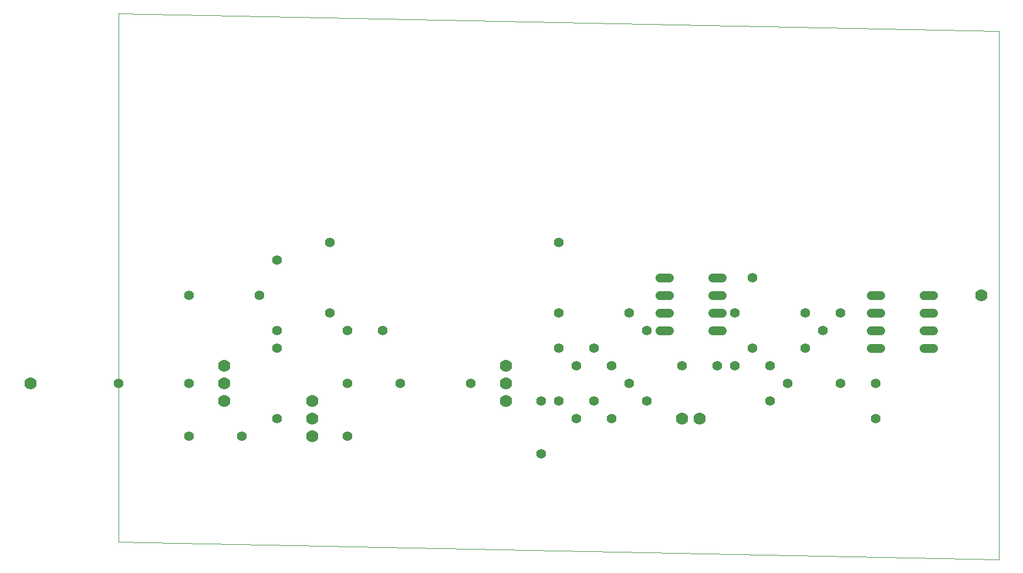
<source format=gtl>
G75*
%MOIN*%
%OFA0B0*%
%FSLAX25Y25*%
%IPPOS*%
%LPD*%
%AMOC8*
5,1,8,0,0,1.08239X$1,22.5*
%
%ADD10C,0.00000*%
%ADD11C,0.05543*%
%ADD12C,0.05150*%
%ADD13C,0.07000*%
D10*
X0058450Y0011000D02*
X0058450Y0311000D01*
X0558450Y0301000D01*
X0558450Y0001000D01*
X0058450Y0011000D01*
D11*
X0098450Y0071000D03*
X0128450Y0071000D03*
X0148450Y0081000D03*
X0188450Y0071000D03*
X0188450Y0101000D03*
X0218450Y0101000D03*
X0258450Y0101000D03*
X0298450Y0091000D03*
X0308450Y0091000D03*
X0328450Y0091000D03*
X0318450Y0081000D03*
X0338450Y0081000D03*
X0358450Y0091000D03*
X0348450Y0101000D03*
X0338450Y0111000D03*
X0328450Y0121000D03*
X0318450Y0111000D03*
X0308450Y0121000D03*
X0308450Y0141000D03*
X0348450Y0141000D03*
X0358450Y0131000D03*
X0378450Y0111000D03*
X0398450Y0111000D03*
X0408450Y0111000D03*
X0418450Y0121000D03*
X0428450Y0111000D03*
X0438450Y0101000D03*
X0428450Y0091000D03*
X0468450Y0101000D03*
X0488450Y0101000D03*
X0488450Y0081000D03*
X0448450Y0121000D03*
X0458450Y0131000D03*
X0448450Y0141000D03*
X0468450Y0141000D03*
X0418450Y0161000D03*
X0408450Y0141000D03*
X0308450Y0181000D03*
X0208450Y0131000D03*
X0188450Y0131000D03*
X0178450Y0141000D03*
X0148450Y0131000D03*
X0148450Y0121000D03*
X0098450Y0101000D03*
X0058450Y0101000D03*
X0098450Y0151000D03*
X0138450Y0151000D03*
X0148450Y0171000D03*
X0178450Y0181000D03*
X0298450Y0061000D03*
D12*
X0365875Y0131000D02*
X0371025Y0131000D01*
X0371025Y0141000D02*
X0365875Y0141000D01*
X0365875Y0151000D02*
X0371025Y0151000D01*
X0371025Y0161000D02*
X0365875Y0161000D01*
X0395875Y0161000D02*
X0401025Y0161000D01*
X0401025Y0151000D02*
X0395875Y0151000D01*
X0395875Y0141000D02*
X0401025Y0141000D01*
X0401025Y0131000D02*
X0395875Y0131000D01*
X0485875Y0131000D02*
X0491025Y0131000D01*
X0491025Y0121000D02*
X0485875Y0121000D01*
X0515875Y0121000D02*
X0521025Y0121000D01*
X0521025Y0131000D02*
X0515875Y0131000D01*
X0515875Y0141000D02*
X0521025Y0141000D01*
X0521025Y0151000D02*
X0515875Y0151000D01*
X0491025Y0151000D02*
X0485875Y0151000D01*
X0485875Y0141000D02*
X0491025Y0141000D01*
D13*
X0548450Y0151000D03*
X0388450Y0081000D03*
X0378450Y0081000D03*
X0278450Y0091000D03*
X0278450Y0101000D03*
X0278450Y0111000D03*
X0168450Y0091000D03*
X0168450Y0081000D03*
X0168450Y0071000D03*
X0118450Y0091000D03*
X0118450Y0101000D03*
X0118450Y0111000D03*
X0008450Y0101000D03*
M02*

</source>
